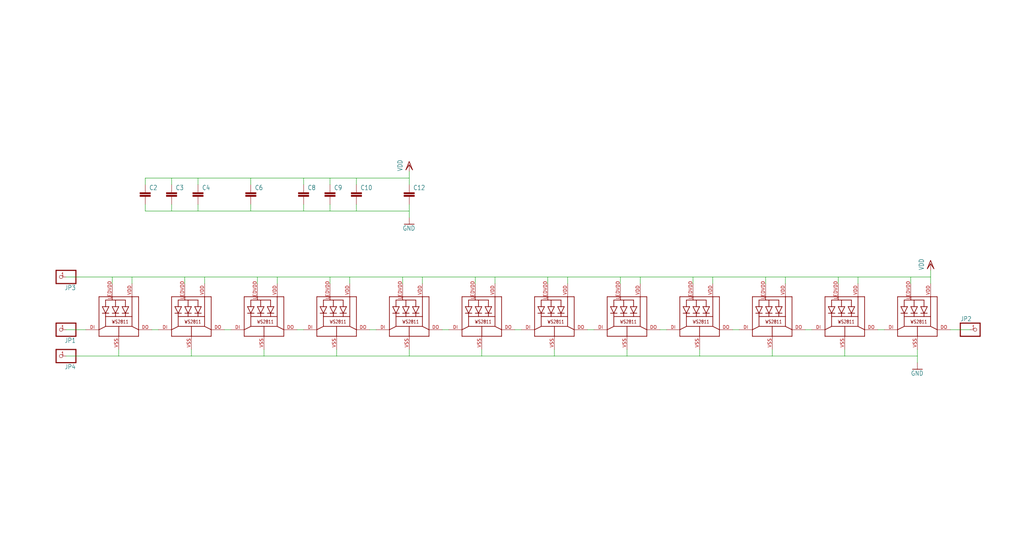
<source format=kicad_sch>
(kicad_sch (version 20230121) (generator eeschema)
  (paper "User" 394.106 210.007)
  (lib_symbols
    (symbol "working-eagle-import:C-EUC0603"
      (property "Reference" "C" (at 1.524 0.381 0))
      (symbol "C-EUC0603_1_0"
        (rectangle (start -2.032 -2.032) (end 2.032 -1.524) (fill (type outline)))
        (rectangle (start -2.032 -1.016) (end 2.032 -0.508) (fill (type outline)))
        (polyline (pts (xy 0 -2.54) (xy 0 -2.032)) (stroke (width 0.1524)))
        (polyline (pts (xy 0 0) (xy 0 -0.508)) (stroke (width 0.1524)))
        (pin passive line (at 0 2.54 270) (length 2.54) (name "1") (number "1"))
        (pin passive line (at 0 -5.08 90) (length 2.54) (name "2") (number "2"))
      )
    )
    (symbol "working-eagle-import:GND" (power)
      (property "Value" "GND" (at -2.54 -2.54 0))
      (symbol "GND_1_0"
        (polyline (pts (xy -1.905 0) (xy 1.905 0)) (stroke (width 0.254)))
        (pin power_in line (at 0 2.54 270) (length 2.54) (name "GND") (number "1"))
      )
    )
    (symbol "working-eagle-import:PINHD-1X1CB"
      (property "Reference" "JP" (at -6.35 3.175 0))
      (symbol "PINHD-1X1CB_1_0"
        (polyline (pts (xy -6.35 -2.54) (xy 1.27 -2.54)) (stroke (width 0.4064)))
        (polyline (pts (xy -6.35 2.54) (xy -6.35 -2.54)) (stroke (width 0.4064)))
        (polyline (pts (xy 1.27 -2.54) (xy 1.27 2.54)) (stroke (width 0.4064)))
        (polyline (pts (xy 1.27 2.54) (xy -6.35 2.54)) (stroke (width 0.4064)))
        (pin passive inverted (at -2.54 0 0) (length 2.54) (name "1") (number "1"))
      )
    )
    (symbol "working-eagle-import:VDD" (power)
      (property "Value" "VDD" (at -2.54 -2.54 90))
      (symbol "VDD_1_0"
        (polyline (pts (xy 0 0) (xy -1.27 -1.905)) (stroke (width 0.254)))
        (polyline (pts (xy 0 1.27) (xy -1.27 -1.905)) (stroke (width 0.254)))
        (polyline (pts (xy 1.27 -1.905) (xy 0 0)) (stroke (width 0.254)))
        (polyline (pts (xy 1.27 -1.905) (xy 0 1.27)) (stroke (width 0.254)))
        (pin power_in line (at 0 -2.54 90) (length 2.54) (name "VDD") (number "1"))
      )
    )
    (symbol "working-eagle-import:WS28115050"
      (symbol "WS28115050_1_0"
        (polyline (pts (xy -7.62 -5.08) (xy 0 -5.08)) (stroke (width 0.254)))
        (polyline (pts (xy -7.62 -2.54) (xy -7.62 -5.08)) (stroke (width 0.254)))
        (polyline (pts (xy -7.62 10.16) (xy -7.62 -2.54)) (stroke (width 0.254)))
        (polyline (pts (xy -6.35 3.81) (xy -5.08 3.81)) (stroke (width 0.254)))
        (polyline (pts (xy -6.35 6.35) (xy -5.08 6.35)) (stroke (width 0.254)))
        (polyline (pts (xy -5.08 -1.27) (xy -7.62 -2.54)) (stroke (width 0.254)))
        (polyline (pts (xy -5.08 -1.27) (xy 0 -1.27)) (stroke (width 0.254)))
        (polyline (pts (xy -5.08 2.54) (xy -5.08 -1.27)) (stroke (width 0.254)))
        (polyline (pts (xy -5.08 3.81) (xy -6.35 6.35)) (stroke (width 0.254)))
        (polyline (pts (xy -5.08 3.81) (xy -5.08 2.54)) (stroke (width 0.254)))
        (polyline (pts (xy -5.08 3.81) (xy -3.81 6.35)) (stroke (width 0.254)))
        (polyline (pts (xy -5.08 6.35) (xy -3.81 6.35)) (stroke (width 0.254)))
        (polyline (pts (xy -5.08 8.89) (xy -5.08 6.35)) (stroke (width 0.254)))
        (polyline (pts (xy -3.81 3.81) (xy -5.08 3.81)) (stroke (width 0.254)))
        (polyline (pts (xy -2.54 3.81) (xy -1.27 3.81)) (stroke (width 0.254)))
        (polyline (pts (xy -2.54 6.35) (xy 0 6.35)) (stroke (width 0.254)))
        (polyline (pts (xy -2.54 8.89) (xy -5.08 8.89)) (stroke (width 0.254)))
        (polyline (pts (xy -2.54 10.16) (xy -7.62 10.16)) (stroke (width 0.254)))
        (polyline (pts (xy -2.54 10.16) (xy -2.54 8.89)) (stroke (width 0.254)))
        (polyline (pts (xy -1.27 2.54) (xy -5.08 2.54)) (stroke (width 0.254)))
        (polyline (pts (xy -1.27 3.81) (xy -2.54 6.35)) (stroke (width 0.254)))
        (polyline (pts (xy -1.27 3.81) (xy -1.27 2.54)) (stroke (width 0.254)))
        (polyline (pts (xy -1.27 3.81) (xy 0 3.81)) (stroke (width 0.254)))
        (polyline (pts (xy -1.27 6.35) (xy -1.27 8.89)) (stroke (width 0.254)))
        (polyline (pts (xy -1.27 8.89) (xy -2.54 8.89)) (stroke (width 0.254)))
        (polyline (pts (xy 0 -5.08) (xy 7.62 -5.08)) (stroke (width 0.254)))
        (polyline (pts (xy 0 -1.27) (xy 0 -5.08)) (stroke (width 0.254)))
        (polyline (pts (xy 0 -1.27) (xy 5.08 -1.27)) (stroke (width 0.254)))
        (polyline (pts (xy 0 6.35) (xy -1.27 3.81)) (stroke (width 0.254)))
        (polyline (pts (xy 1.27 6.35) (xy 2.54 3.81)) (stroke (width 0.254)))
        (polyline (pts (xy 1.27 6.35) (xy 2.54 6.35)) (stroke (width 0.254)))
        (polyline (pts (xy 2.54 2.54) (xy -1.27 2.54)) (stroke (width 0.254)))
        (polyline (pts (xy 2.54 3.81) (xy 1.27 3.81)) (stroke (width 0.254)))
        (polyline (pts (xy 2.54 3.81) (xy 2.54 2.54)) (stroke (width 0.254)))
        (polyline (pts (xy 2.54 3.81) (xy 3.81 3.81)) (stroke (width 0.254)))
        (polyline (pts (xy 2.54 3.81) (xy 3.81 6.35)) (stroke (width 0.254)))
        (polyline (pts (xy 2.54 6.35) (xy 2.54 8.89)) (stroke (width 0.254)))
        (polyline (pts (xy 2.54 8.89) (xy -1.27 8.89)) (stroke (width 0.254)))
        (polyline (pts (xy 3.81 6.35) (xy 2.54 6.35)) (stroke (width 0.254)))
        (polyline (pts (xy 5.08 -1.27) (xy 5.08 2.54)) (stroke (width 0.254)))
        (polyline (pts (xy 5.08 -1.27) (xy 7.62 -2.54)) (stroke (width 0.254)))
        (polyline (pts (xy 5.08 2.54) (xy 2.54 2.54)) (stroke (width 0.254)))
        (polyline (pts (xy 5.08 10.16) (xy -2.54 10.16)) (stroke (width 0.254)))
        (polyline (pts (xy 5.08 10.16) (xy 5.08 2.54)) (stroke (width 0.254)))
        (polyline (pts (xy 7.62 -5.08) (xy 7.62 -2.54)) (stroke (width 0.254)))
        (polyline (pts (xy 7.62 -2.54) (xy 7.62 10.16)) (stroke (width 0.254)))
        (polyline (pts (xy 7.62 10.16) (xy 5.08 10.16)) (stroke (width 0.254)))
        (text "WS2811" (at 3.81 1.27 0) (effects (font (size 1.27 1.0795)) (justify right top)))
        (pin input line (at -12.7 -2.54 0) (length 5.08) (name "DI") (number "DI"))
        (pin output line (at 12.7 -2.54 180) (length 5.08) (name "DO") (number "DO"))
        (pin power_in line (at -2.54 15.24 270) (length 5.08) (name "LEDVDD") (number "LEDVDD"))
        (pin power_in line (at 5.08 15.24 270) (length 5.08) (name "VDD") (number "VDD"))
        (pin power_in line (at 0 -10.16 90) (length 5.08) (name "GND") (number "VSS"))
      )
    )
  )
  (wire (pts (xy 213.36 137.16) (xy 185.42 137.16)) (stroke (width 0.1524)))
  (wire (pts (xy 297.18 137.16) (xy 269.24 137.16)) (stroke (width 0.1524)))
  (wire (pts (xy 302.26 109.22) (xy 302.26 106.68)) (stroke (width 0.1524)))
  (wire (pts (xy 43.18 106.68) (xy 43.18 109.22)) (stroke (width 0.1524)))
  (wire (pts (xy 25.4 127) (xy 33.02 127)) (stroke (width 0.1524)))
  (wire (pts (xy 101.6 137.16) (xy 101.6 134.62)) (stroke (width 0.1524)))
  (wire (pts (xy 266.7 106.68) (xy 246.38 106.68)) (stroke (width 0.1524)))
  (wire (pts (xy 274.32 106.68) (xy 266.7 106.68)) (stroke (width 0.1524)))
  (wire (pts (xy 116.84 71.12) (xy 116.84 68.58)) (stroke (width 0.1524)))
  (wire (pts (xy 134.62 109.22) (xy 134.62 106.68)) (stroke (width 0.1524)))
  (wire (pts (xy 157.48 137.16) (xy 129.54 137.16)) (stroke (width 0.1524)))
  (wire (pts (xy 66.04 81.28) (xy 66.04 78.74)) (stroke (width 0.1524)))
  (wire (pts (xy 213.36 137.16) (xy 213.36 134.62)) (stroke (width 0.1524)))
  (wire (pts (xy 78.74 109.22) (xy 78.74 106.68)) (stroke (width 0.1524)))
  (wire (pts (xy 55.88 81.28) (xy 55.88 78.74)) (stroke (width 0.1524)))
  (wire (pts (xy 137.16 81.28) (xy 137.16 78.74)) (stroke (width 0.1524)))
  (wire (pts (xy 309.88 127) (xy 312.42 127)) (stroke (width 0.1524)))
  (wire (pts (xy 76.2 71.12) (xy 76.2 68.58)) (stroke (width 0.1524)))
  (wire (pts (xy 154.94 106.68) (xy 134.62 106.68)) (stroke (width 0.1524)))
  (wire (pts (xy 218.44 109.22) (xy 218.44 106.68)) (stroke (width 0.1524)))
  (wire (pts (xy 294.64 109.22) (xy 294.64 106.68)) (stroke (width 0.1524)))
  (wire (pts (xy 127 106.68) (xy 106.68 106.68)) (stroke (width 0.1524)))
  (wire (pts (xy 185.42 137.16) (xy 157.48 137.16)) (stroke (width 0.1524)))
  (wire (pts (xy 129.54 137.16) (xy 129.54 134.62)) (stroke (width 0.1524)))
  (wire (pts (xy 154.94 109.22) (xy 154.94 106.68)) (stroke (width 0.1524)))
  (wire (pts (xy 162.56 109.22) (xy 162.56 106.68)) (stroke (width 0.1524)))
  (wire (pts (xy 157.48 81.28) (xy 157.48 83.82)) (stroke (width 0.1524)))
  (wire (pts (xy 182.88 109.22) (xy 182.88 106.68)) (stroke (width 0.1524)))
  (wire (pts (xy 226.06 127) (xy 228.6 127)) (stroke (width 0.1524)))
  (wire (pts (xy 78.74 106.68) (xy 71.12 106.68)) (stroke (width 0.1524)))
  (wire (pts (xy 106.68 106.68) (xy 99.06 106.68)) (stroke (width 0.1524)))
  (wire (pts (xy 373.38 127) (xy 365.76 127)) (stroke (width 0.1524)))
  (wire (pts (xy 322.58 106.68) (xy 302.26 106.68)) (stroke (width 0.1524)))
  (wire (pts (xy 172.72 127) (xy 170.18 127)) (stroke (width 0.1524)))
  (wire (pts (xy 99.06 106.68) (xy 78.74 106.68)) (stroke (width 0.1524)))
  (wire (pts (xy 210.82 106.68) (xy 190.5 106.68)) (stroke (width 0.1524)))
  (wire (pts (xy 353.06 134.62) (xy 353.06 137.16)) (stroke (width 0.1524)))
  (wire (pts (xy 246.38 109.22) (xy 246.38 106.68)) (stroke (width 0.1524)))
  (wire (pts (xy 127 81.28) (xy 127 78.74)) (stroke (width 0.1524)))
  (wire (pts (xy 71.12 109.22) (xy 71.12 106.68)) (stroke (width 0.1524)))
  (wire (pts (xy 101.6 137.16) (xy 73.66 137.16)) (stroke (width 0.1524)))
  (wire (pts (xy 157.48 81.28) (xy 137.16 81.28)) (stroke (width 0.1524)))
  (wire (pts (xy 238.76 106.68) (xy 218.44 106.68)) (stroke (width 0.1524)))
  (wire (pts (xy 218.44 106.68) (xy 210.82 106.68)) (stroke (width 0.1524)))
  (wire (pts (xy 358.14 106.68) (xy 358.14 104.14)) (stroke (width 0.1524)))
  (wire (pts (xy 55.88 71.12) (xy 55.88 68.58)) (stroke (width 0.1524)))
  (wire (pts (xy 66.04 68.58) (xy 55.88 68.58)) (stroke (width 0.1524)))
  (wire (pts (xy 337.82 127) (xy 340.36 127)) (stroke (width 0.1524)))
  (wire (pts (xy 353.06 137.16) (xy 353.06 139.7)) (stroke (width 0.1524)))
  (wire (pts (xy 96.52 68.58) (xy 76.2 68.58)) (stroke (width 0.1524)))
  (wire (pts (xy 254 127) (xy 256.54 127)) (stroke (width 0.1524)))
  (wire (pts (xy 76.2 68.58) (xy 66.04 68.58)) (stroke (width 0.1524)))
  (wire (pts (xy 116.84 81.28) (xy 116.84 78.74)) (stroke (width 0.1524)))
  (wire (pts (xy 134.62 106.68) (xy 127 106.68)) (stroke (width 0.1524)))
  (wire (pts (xy 25.4 137.16) (xy 45.72 137.16)) (stroke (width 0.1524)))
  (wire (pts (xy 190.5 109.22) (xy 190.5 106.68)) (stroke (width 0.1524)))
  (wire (pts (xy 116.84 127) (xy 114.3 127)) (stroke (width 0.1524)))
  (wire (pts (xy 137.16 71.12) (xy 137.16 68.58)) (stroke (width 0.1524)))
  (wire (pts (xy 190.5 106.68) (xy 182.88 106.68)) (stroke (width 0.1524)))
  (wire (pts (xy 127 68.58) (xy 116.84 68.58)) (stroke (width 0.1524)))
  (wire (pts (xy 266.7 109.22) (xy 266.7 106.68)) (stroke (width 0.1524)))
  (wire (pts (xy 144.78 127) (xy 142.24 127)) (stroke (width 0.1524)))
  (wire (pts (xy 325.12 137.16) (xy 297.18 137.16)) (stroke (width 0.1524)))
  (wire (pts (xy 116.84 81.28) (xy 96.52 81.28)) (stroke (width 0.1524)))
  (wire (pts (xy 129.54 137.16) (xy 101.6 137.16)) (stroke (width 0.1524)))
  (wire (pts (xy 66.04 81.28) (xy 55.88 81.28)) (stroke (width 0.1524)))
  (wire (pts (xy 269.24 137.16) (xy 269.24 134.62)) (stroke (width 0.1524)))
  (wire (pts (xy 60.96 127) (xy 58.42 127)) (stroke (width 0.1524)))
  (wire (pts (xy 157.48 68.58) (xy 137.16 68.58)) (stroke (width 0.1524)))
  (wire (pts (xy 162.56 106.68) (xy 154.94 106.68)) (stroke (width 0.1524)))
  (wire (pts (xy 238.76 109.22) (xy 238.76 106.68)) (stroke (width 0.1524)))
  (wire (pts (xy 66.04 71.12) (xy 66.04 68.58)) (stroke (width 0.1524)))
  (wire (pts (xy 269.24 137.16) (xy 241.3 137.16)) (stroke (width 0.1524)))
  (wire (pts (xy 127 81.28) (xy 116.84 81.28)) (stroke (width 0.1524)))
  (wire (pts (xy 182.88 106.68) (xy 162.56 106.68)) (stroke (width 0.1524)))
  (wire (pts (xy 330.2 109.22) (xy 330.2 106.68)) (stroke (width 0.1524)))
  (wire (pts (xy 322.58 109.22) (xy 322.58 106.68)) (stroke (width 0.1524)))
  (wire (pts (xy 210.82 109.22) (xy 210.82 106.68)) (stroke (width 0.1524)))
  (wire (pts (xy 350.52 109.22) (xy 350.52 106.68)) (stroke (width 0.1524)))
  (wire (pts (xy 116.84 68.58) (xy 96.52 68.58)) (stroke (width 0.1524)))
  (wire (pts (xy 274.32 109.22) (xy 274.32 106.68)) (stroke (width 0.1524)))
  (wire (pts (xy 73.66 137.16) (xy 45.72 137.16)) (stroke (width 0.1524)))
  (wire (pts (xy 157.48 71.12) (xy 157.48 68.58)) (stroke (width 0.1524)))
  (wire (pts (xy 96.52 71.12) (xy 96.52 68.58)) (stroke (width 0.1524)))
  (wire (pts (xy 127 109.22) (xy 127 106.68)) (stroke (width 0.1524)))
  (wire (pts (xy 281.94 127) (xy 284.48 127)) (stroke (width 0.1524)))
  (wire (pts (xy 241.3 137.16) (xy 241.3 134.62)) (stroke (width 0.1524)))
  (wire (pts (xy 88.9 127) (xy 86.36 127)) (stroke (width 0.1524)))
  (wire (pts (xy 96.52 81.28) (xy 76.2 81.28)) (stroke (width 0.1524)))
  (wire (pts (xy 185.42 137.16) (xy 185.42 134.62)) (stroke (width 0.1524)))
  (wire (pts (xy 297.18 137.16) (xy 297.18 134.62)) (stroke (width 0.1524)))
  (wire (pts (xy 358.14 106.68) (xy 350.52 106.68)) (stroke (width 0.1524)))
  (wire (pts (xy 73.66 137.16) (xy 73.66 134.62)) (stroke (width 0.1524)))
  (wire (pts (xy 76.2 81.28) (xy 76.2 78.74)) (stroke (width 0.1524)))
  (wire (pts (xy 157.48 78.74) (xy 157.48 81.28)) (stroke (width 0.1524)))
  (wire (pts (xy 353.06 137.16) (xy 325.12 137.16)) (stroke (width 0.1524)))
  (wire (pts (xy 246.38 106.68) (xy 238.76 106.68)) (stroke (width 0.1524)))
  (wire (pts (xy 96.52 81.28) (xy 96.52 78.74)) (stroke (width 0.1524)))
  (wire (pts (xy 294.64 106.68) (xy 274.32 106.68)) (stroke (width 0.1524)))
  (wire (pts (xy 127 71.12) (xy 127 68.58)) (stroke (width 0.1524)))
  (wire (pts (xy 137.16 68.58) (xy 127 68.58)) (stroke (width 0.1524)))
  (wire (pts (xy 350.52 106.68) (xy 330.2 106.68)) (stroke (width 0.1524)))
  (wire (pts (xy 71.12 106.68) (xy 50.8 106.68)) (stroke (width 0.1524)))
  (wire (pts (xy 157.48 137.16) (xy 157.48 134.62)) (stroke (width 0.1524)))
  (wire (pts (xy 25.4 106.68) (xy 43.18 106.68)) (stroke (width 0.1524)))
  (wire (pts (xy 45.72 137.16) (xy 45.72 134.62)) (stroke (width 0.1524)))
  (wire (pts (xy 302.26 106.68) (xy 294.64 106.68)) (stroke (width 0.1524)))
  (wire (pts (xy 241.3 137.16) (xy 213.36 137.16)) (stroke (width 0.1524)))
  (wire (pts (xy 137.16 81.28) (xy 127 81.28)) (stroke (width 0.1524)))
  (wire (pts (xy 325.12 137.16) (xy 325.12 134.62)) (stroke (width 0.1524)))
  (wire (pts (xy 106.68 109.22) (xy 106.68 106.68)) (stroke (width 0.1524)))
  (wire (pts (xy 200.66 127) (xy 198.12 127)) (stroke (width 0.1524)))
  (wire (pts (xy 358.14 109.22) (xy 358.14 106.68)) (stroke (width 0.1524)))
  (wire (pts (xy 99.06 109.22) (xy 99.06 106.68)) (stroke (width 0.1524)))
  (wire (pts (xy 76.2 81.28) (xy 66.04 81.28)) (stroke (width 0.1524)))
  (wire (pts (xy 330.2 106.68) (xy 322.58 106.68)) (stroke (width 0.1524)))
  (wire (pts (xy 50.8 109.22) (xy 50.8 106.68)) (stroke (width 0.1524)))
  (wire (pts (xy 50.8 106.68) (xy 43.18 106.68)) (stroke (width 0.1524)))
  (wire (pts (xy 157.48 68.58) (xy 157.48 66.04)) (stroke (width 0.1524)))
  (symbol (lib_id "working-eagle-import:WS28115050") (at 241.3 124.46 0) (unit 1)
    (property "Reference" "LED8" (effects hide))
    (property "Value" "WS28115050" (effects hide))
    (property "Footprint" "working:WS28115050" (effects hide))
  )
  (symbol (lib_id "working-eagle-import:WS28115050") (at 73.66 124.46 0) (unit 1)
    (property "Reference" "LED2" (effects hide))
    (property "Value" "WS28115050" (effects hide))
    (property "Footprint" "working:WS28115050" (effects hide))
  )
  (symbol (lib_id "working-eagle-import:WS28115050") (at 325.12 124.46 0) (unit 1)
    (property "Reference" "LED11" (effects hide))
    (property "Value" "WS28115050" (effects hide))
    (property "Footprint" "working:WS28115050" (effects hide))
  )
  (symbol (lib_id "working-eagle-import:PINHD-1X1CB") (at 375.92 127 0) (unit 1)
    (property "Reference" "JP2" (at 369.57 123.825 0) (effects (font (size 1.778 1.5113)) (justify left bottom)))
    (property "Value" "PINHD-1X1CB" (effects hide))
    (property "Footprint" "working:1X01-CLEANBIG" (effects hide))
  )
  (symbol (lib_id "working-eagle-import:C-EUC0603") (at 55.88 73.66 0) (unit 1)
    (property "Reference" "C2" (at 57.404 73.279 0) (effects (font (size 1.778 1.5113)) (justify left bottom)))
    (property "Value" "C-EUC0603" (effects hide))
    (property "Footprint" "working:C0603" (effects hide))
  )
  (symbol (lib_id "working-eagle-import:C-EUC0603") (at 96.52 73.66 0) (unit 1)
    (property "Reference" "C6" (at 98.044 73.279 0) (effects (font (size 1.778 1.5113)) (justify left bottom)))
    (property "Value" "C-EUC0603" (effects hide))
    (property "Footprint" "working:C0603" (effects hide))
  )
  (symbol (lib_id "working-eagle-import:C-EUC0603") (at 66.04 73.66 0) (unit 1)
    (property "Reference" "C3" (at 67.564 73.279 0) (effects (font (size 1.778 1.5113)) (justify left bottom)))
    (property "Value" "C-EUC0603" (effects hide))
    (property "Footprint" "working:C0603" (effects hide))
  )
  (symbol (lib_id "working-eagle-import:C-EUC0603") (at 116.84 73.66 0) (unit 1)
    (property "Reference" "C8" (at 118.364 73.279 0) (effects (font (size 1.778 1.5113)) (justify left bottom)))
    (property "Value" "C-EUC0603" (effects hide))
    (property "Footprint" "working:C0603" (effects hide))
  )
  (symbol (lib_id "working-eagle-import:GND") (at 353.06 142.24 0) (unit 1)
    (property "Reference" "#GND1" (effects hide))
    (property "Value" "GND" (at 350.52 144.78 0) (effects (font (size 1.778 1.5113)) (justify left bottom)))
  )
  (symbol (lib_id "working-eagle-import:WS28115050") (at 45.72 124.46 0) (unit 1)
    (property "Reference" "LED1" (effects hide))
    (property "Value" "WS28115050" (effects hide))
    (property "Footprint" "working:WS28115050" (effects hide))
  )
  (symbol (lib_id "working-eagle-import:WS28115050") (at 157.48 124.46 0) (unit 1)
    (property "Reference" "LED5" (effects hide))
    (property "Value" "WS28115050" (effects hide))
    (property "Footprint" "working:WS28115050" (effects hide))
  )
  (symbol (lib_id "working-eagle-import:WS28115050") (at 297.18 124.46 0) (unit 1)
    (property "Reference" "LED10" (effects hide))
    (property "Value" "WS28115050" (effects hide))
    (property "Footprint" "working:WS28115050" (effects hide))
  )
  (symbol (lib_id "working-eagle-import:C-EUC0603") (at 127 73.66 0) (unit 1)
    (property "Reference" "C9" (at 128.524 73.279 0) (effects (font (size 1.778 1.5113)) (justify left bottom)))
    (property "Value" "C-EUC0603" (effects hide))
    (property "Footprint" "working:C0603" (effects hide))
  )
  (symbol (lib_id "working-eagle-import:PINHD-1X1CB") (at 22.86 127 180) (unit 1)
    (property "Reference" "JP1" (at 29.21 130.175 0) (effects (font (size 1.778 1.5113)) (justify left bottom)))
    (property "Value" "PINHD-1X1CB" (effects hide))
    (property "Footprint" "working:1X01-CLEANBIG" (effects hide))
  )
  (symbol (lib_id "working-eagle-import:C-EUC0603") (at 76.2 73.66 0) (unit 1)
    (property "Reference" "C4" (at 77.724 73.279 0) (effects (font (size 1.778 1.5113)) (justify left bottom)))
    (property "Value" "C-EUC0603" (effects hide))
    (property "Footprint" "working:C0603" (effects hide))
  )
  (symbol (lib_id "working-eagle-import:WS28115050") (at 353.06 124.46 0) (unit 1)
    (property "Reference" "LED12" (effects hide))
    (property "Value" "WS28115050" (effects hide))
    (property "Footprint" "working:WS28115050" (effects hide))
  )
  (symbol (lib_id "working-eagle-import:WS28115050") (at 129.54 124.46 0) (unit 1)
    (property "Reference" "LED4" (effects hide))
    (property "Value" "WS28115050" (effects hide))
    (property "Footprint" "working:WS28115050" (effects hide))
  )
  (symbol (lib_id "working-eagle-import:VDD") (at 358.14 101.6 0) (unit 1)
    (property "Reference" "#VDD1" (effects hide))
    (property "Value" "VDD" (at 355.6 104.14 90) (effects (font (size 1.778 1.5113)) (justify left bottom)))
  )
  (symbol (lib_id "working-eagle-import:C-EUC0603") (at 137.16 73.66 0) (unit 1)
    (property "Reference" "C10" (at 138.684 73.279 0) (effects (font (size 1.778 1.5113)) (justify left bottom)))
    (property "Value" "C-EUC0603" (effects hide))
    (property "Footprint" "working:C0603" (effects hide))
  )
  (symbol (lib_id "working-eagle-import:WS28115050") (at 269.24 124.46 0) (unit 1)
    (property "Reference" "LED9" (effects hide))
    (property "Value" "WS28115050" (effects hide))
    (property "Footprint" "working:WS28115050" (effects hide))
  )
  (symbol (lib_id "working-eagle-import:C-EUC0603") (at 157.48 73.66 0) (unit 1)
    (property "Reference" "C12" (at 159.004 73.279 0) (effects (font (size 1.778 1.5113)) (justify left bottom)))
    (property "Value" "C-EUC0603" (effects hide))
    (property "Footprint" "working:C0603" (effects hide))
  )
  (symbol (lib_id "working-eagle-import:WS28115050") (at 185.42 124.46 0) (unit 1)
    (property "Reference" "LED6" (effects hide))
    (property "Value" "WS28115050" (effects hide))
    (property "Footprint" "working:WS28115050" (effects hide))
  )
  (symbol (lib_id "working-eagle-import:PINHD-1X1CB") (at 22.86 137.16 180) (unit 1)
    (property "Reference" "JP4" (at 29.21 140.335 0) (effects (font (size 1.778 1.5113)) (justify left bottom)))
    (property "Value" "PINHD-1X1CB" (effects hide))
    (property "Footprint" "working:1X01-CLEANBIG" (effects hide))
  )
  (symbol (lib_id "working-eagle-import:WS28115050") (at 101.6 124.46 0) (unit 1)
    (property "Reference" "LED3" (effects hide))
    (property "Value" "WS28115050" (effects hide))
    (property "Footprint" "working:WS28115050" (effects hide))
  )
  (symbol (lib_id "working-eagle-import:VDD") (at 157.48 63.5 0) (unit 1)
    (property "Reference" "#VDD2" (effects hide))
    (property "Value" "VDD" (at 154.94 66.04 90) (effects (font (size 1.778 1.5113)) (justify left bottom)))
  )
  (symbol (lib_id "working-eagle-import:WS28115050") (at 213.36 124.46 0) (unit 1)
    (property "Reference" "LED7" (effects hide))
    (property "Value" "WS28115050" (effects hide))
    (property "Footprint" "working:WS28115050" (effects hide))
  )
  (symbol (lib_id "working-eagle-import:GND") (at 157.48 86.36 0) (unit 1)
    (property "Reference" "#GND2" (effects hide))
    (property "Value" "GND" (at 154.94 88.9 0) (effects (font (size 1.778 1.5113)) (justify left bottom)))
  )
  (symbol (lib_id "working-eagle-import:PINHD-1X1CB") (at 22.86 106.68 180) (unit 1)
    (property "Reference" "JP3" (at 29.21 109.855 0) (effects (font (size 1.778 1.5113)) (justify left bottom)))
    (property "Value" "PINHD-1X1CB" (effects hide))
    (property "Footprint" "working:1X01-CLEANBIG" (effects hide))
  )
)
</source>
